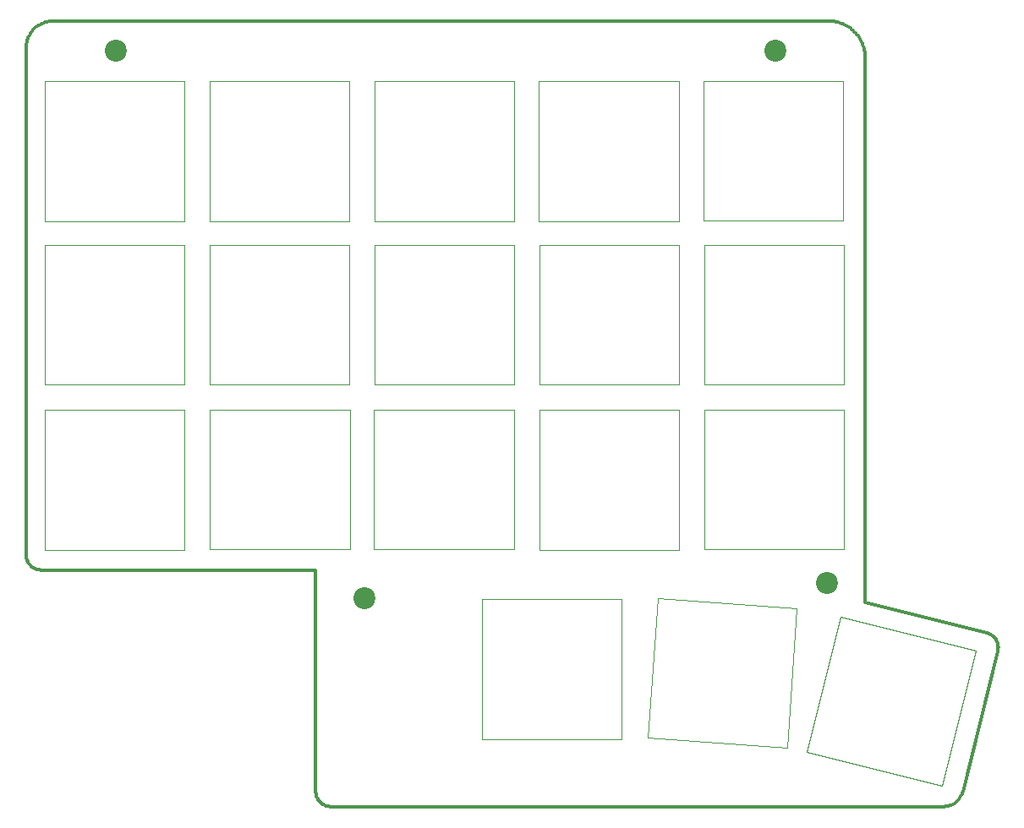
<source format=gts>
%TF.GenerationSoftware,KiCad,Pcbnew,(6.0.6)*%
%TF.CreationDate,2022-09-02T08:17:43+09:00*%
%TF.ProjectId,split-mini-top-plate,73706c69-742d-46d6-996e-692d746f702d,rev?*%
%TF.SameCoordinates,Original*%
%TF.FileFunction,Soldermask,Top*%
%TF.FilePolarity,Negative*%
%FSLAX46Y46*%
G04 Gerber Fmt 4.6, Leading zero omitted, Abs format (unit mm)*
G04 Created by KiCad (PCBNEW (6.0.6)) date 2022-09-02 08:17:43*
%MOMM*%
%LPD*%
G01*
G04 APERTURE LIST*
%TA.AperFunction,Profile*%
%ADD10C,0.349999*%
%TD*%
%TA.AperFunction,Profile*%
%ADD11C,0.120000*%
%TD*%
%ADD12C,2.200000*%
G04 APERTURE END LIST*
D10*
X96315577Y-17209187D02*
X96150337Y-17145423D01*
X97493515Y-17996216D02*
X97493515Y-17996216D01*
X14561218Y-19625755D02*
X14561218Y-70426453D01*
X44839713Y-95620014D02*
X44912961Y-95629112D01*
X44110580Y-95296756D02*
X44168808Y-95342117D01*
X110830040Y-78255420D02*
X110755615Y-78234853D01*
X14592199Y-19216273D02*
X14575100Y-19350838D01*
X94926117Y-16932858D02*
X94926117Y-16932858D01*
X43626056Y-94572707D02*
X43649054Y-94642214D01*
X98517185Y-20027407D02*
X98486565Y-19851925D01*
X45061218Y-95636452D02*
X45061218Y-95636452D01*
X111107928Y-78371361D02*
X111041565Y-78337553D01*
X15839713Y-71910015D02*
X15912961Y-71919113D01*
X111891750Y-79752469D02*
X111893054Y-79678002D01*
X16975085Y-16950732D02*
X16840521Y-16967837D01*
X16084293Y-17202035D02*
X15968358Y-17261419D01*
X44767215Y-95607364D02*
X44839713Y-95620014D01*
X43774010Y-94906590D02*
X43813236Y-94968655D01*
X95637763Y-17003241D02*
X95462280Y-16972628D01*
X15175199Y-17915400D02*
X15095378Y-18016978D01*
X111875057Y-79458125D02*
X111861984Y-79386388D01*
X14774010Y-71196590D02*
X14813236Y-71258655D01*
X14606457Y-70792079D02*
X14626056Y-70862706D01*
X15555456Y-71838618D02*
X15624964Y-71861616D01*
X44291081Y-95423661D02*
X44354881Y-95459743D01*
X111776153Y-79110262D02*
X111746653Y-79044507D01*
X111507393Y-78686304D02*
X111457780Y-78633724D01*
X108316808Y-94209137D02*
X108339218Y-94126755D01*
X44420292Y-95492630D02*
X44487191Y-95522272D01*
X15855760Y-17326166D02*
X15746668Y-17396109D01*
X43855554Y-95028863D02*
X43900914Y-95087091D01*
X96940510Y-17542809D02*
X96790276Y-17447865D01*
X107871687Y-94994278D02*
X107977185Y-94870000D01*
X14564717Y-19487389D02*
X14561218Y-19625755D01*
X17250000Y-16936836D02*
X17111634Y-16940342D01*
X15110580Y-71586757D02*
X15168808Y-71632118D01*
X106825126Y-95592214D02*
X106905783Y-95573145D01*
X14561218Y-19625755D02*
X14561218Y-19625755D01*
X96477511Y-17280931D02*
X96315577Y-17209187D01*
X98556976Y-75193375D02*
X98556976Y-75193375D01*
X44000557Y-95197114D02*
X44054455Y-95248405D01*
X15054455Y-71538406D02*
X15110580Y-71586757D01*
X107756725Y-95109209D02*
X107871687Y-94994278D01*
X98400031Y-19507603D02*
X98344363Y-19339358D01*
X44986837Y-95634609D02*
X45061218Y-95636452D01*
X111293622Y-78490475D02*
X111234026Y-78447936D01*
X15348737Y-17724451D02*
X15259708Y-17817835D01*
X97844510Y-18403468D02*
X97734710Y-18262527D01*
X43606457Y-94502080D02*
X43626056Y-94572707D01*
X43561218Y-94136452D02*
X43561218Y-94136452D01*
X14900914Y-71377091D02*
X14949266Y-71433216D01*
X97086248Y-17645239D02*
X96940510Y-17542809D01*
X111350826Y-78535695D02*
X111293622Y-78490475D01*
X43590307Y-94430456D02*
X43606457Y-94502080D01*
X44168808Y-95342117D02*
X44229016Y-95384435D01*
X94926117Y-16932858D02*
X17250000Y-16936836D01*
X15986837Y-71924610D02*
X16061218Y-71926453D01*
X97363049Y-17872066D02*
X97227194Y-17755032D01*
X111405568Y-78583483D02*
X111350826Y-78535695D01*
X95284979Y-16950611D02*
X95106159Y-16937313D01*
X97946946Y-18549202D02*
X97844510Y-18403468D01*
X98552514Y-20383524D02*
X98539209Y-20204706D01*
X97493515Y-17996216D02*
X97363049Y-17872066D01*
X14575100Y-19350838D02*
X14564717Y-19487389D01*
X98556976Y-20563565D02*
X98552514Y-20383524D01*
X14826358Y-18460034D02*
X14772513Y-18579140D01*
X111884639Y-79530716D02*
X111875057Y-79458125D01*
X43813236Y-94968655D02*
X43855554Y-95028863D01*
X98539209Y-20204706D02*
X98517185Y-20027407D01*
X15539677Y-17550904D02*
X15442116Y-17635418D01*
X111746653Y-79044507D02*
X111714074Y-78980292D01*
X43675399Y-94710479D02*
X43705041Y-94777379D01*
X107361763Y-95392678D02*
X107501091Y-95308934D01*
X44000557Y-95197114D02*
X44000557Y-95197114D01*
X14590307Y-70720455D02*
X14606457Y-70792079D01*
X108339218Y-94126755D02*
X111848190Y-80053162D01*
X108291110Y-94289903D02*
X108316808Y-94209137D01*
X14675399Y-71000479D02*
X14705041Y-71067379D01*
X108195119Y-94521852D02*
X108230181Y-94446326D01*
X14724371Y-18701245D02*
X14682099Y-18826179D01*
X111886680Y-79827333D02*
X111891750Y-79752469D01*
X14682099Y-18826179D02*
X14645867Y-18953775D01*
X15641251Y-17471078D02*
X15539677Y-17550904D01*
X98556976Y-75193375D02*
X98556976Y-20563565D01*
X98447473Y-19678557D02*
X98400031Y-19507603D01*
X15624964Y-71861616D02*
X15695591Y-71881215D01*
X14626056Y-70862706D02*
X14649054Y-70932214D01*
X111598549Y-78798025D02*
X111554339Y-78741109D01*
X106905783Y-95573145D02*
X107063437Y-95525308D01*
X111554339Y-78741109D02*
X111507393Y-78686304D01*
X44624964Y-95571615D02*
X44695591Y-95591214D01*
X15020415Y-18122399D02*
X14950478Y-18231494D01*
X97227194Y-17755032D02*
X97086248Y-17645239D01*
X15000557Y-71487115D02*
X15054455Y-71538406D01*
X110755615Y-78234853D02*
X98556976Y-75193375D01*
X14615844Y-19083863D02*
X14592199Y-19216273D01*
X110973084Y-78306884D02*
X110902552Y-78279468D01*
X111457780Y-78633724D02*
X111405568Y-78583483D01*
X107977185Y-94870000D02*
X108072547Y-94736899D01*
X107632969Y-95214269D02*
X107756725Y-95109209D01*
X43568558Y-94284710D02*
X43577657Y-94357958D01*
X98208842Y-19012189D02*
X98129235Y-18853861D01*
X111877776Y-79902479D02*
X111886680Y-79827333D01*
X108262206Y-94368988D02*
X108291110Y-94289903D01*
X16325499Y-17100036D02*
X16203397Y-17148184D01*
X15000557Y-71487115D02*
X15000557Y-71487115D01*
X43949266Y-95143215D02*
X44000557Y-95197114D01*
X98556976Y-20563565D02*
X98556976Y-20563565D01*
X96150337Y-17145423D02*
X95982090Y-17089762D01*
X111861984Y-79386388D02*
X111845488Y-79315619D01*
X15229016Y-71674436D02*
X15291081Y-71713662D01*
X98344363Y-19339358D02*
X98280592Y-19174121D01*
X108230181Y-94446326D02*
X108262206Y-94368988D01*
X14737928Y-71132790D02*
X14774010Y-71196590D01*
X108339218Y-94126755D02*
X108339218Y-94126755D01*
X15487191Y-71812273D02*
X15555456Y-71838618D01*
X106406906Y-95636452D02*
X106492262Y-95634638D01*
X111890660Y-79604046D02*
X111884639Y-79530716D01*
X44912961Y-95629112D02*
X44986837Y-95634609D01*
X98280592Y-19174121D02*
X98208842Y-19012189D01*
X16450431Y-17057758D02*
X16325499Y-17100036D01*
X106743362Y-95607964D02*
X106825126Y-95592214D01*
X16061218Y-71926453D02*
X16061218Y-71926453D01*
X44054455Y-95248405D02*
X44110580Y-95296756D01*
X14568558Y-70574710D02*
X14577657Y-70647958D01*
X44229016Y-95384435D02*
X44291081Y-95423661D01*
X108157103Y-94595499D02*
X108195119Y-94521852D01*
X16840521Y-16967837D02*
X16708111Y-16991490D01*
X98486565Y-19851925D02*
X98447473Y-19678557D01*
X14649054Y-70932214D02*
X14675399Y-71000479D01*
X43705041Y-94777379D02*
X43737928Y-94842790D01*
X111893054Y-79678002D02*
X111890660Y-79604046D01*
X14561218Y-70426453D02*
X14563062Y-70500834D01*
X108072547Y-94736899D02*
X108157103Y-94595499D01*
X15695591Y-71881215D02*
X15767215Y-71897365D01*
X44555456Y-95548617D02*
X44624964Y-95571615D01*
X107215654Y-95464977D02*
X107361763Y-95392678D01*
X96790276Y-17447865D02*
X96635844Y-17360532D01*
X15354881Y-71749744D02*
X15420292Y-71782631D01*
X43561218Y-94136452D02*
X43563062Y-94210834D01*
X43649054Y-94642214D02*
X43675399Y-94710479D01*
X15291081Y-71713662D02*
X15354881Y-71749744D01*
X45061218Y-95636452D02*
X106406906Y-95636452D01*
X111639954Y-78856937D02*
X111598549Y-78798025D01*
X97734710Y-18262527D02*
X97617671Y-18126677D01*
X95982090Y-17089762D02*
X95811133Y-17042326D01*
X111848190Y-80053162D02*
X111864969Y-79977794D01*
X17111634Y-16940342D02*
X16975085Y-16950732D01*
X43737928Y-94842790D02*
X43774010Y-94906590D01*
X111802504Y-79177441D02*
X111776153Y-79110262D01*
X95462280Y-16972628D02*
X95284979Y-16950611D01*
X111714074Y-78980292D02*
X111678485Y-78917731D01*
X110755615Y-78234853D02*
X110755615Y-78234853D01*
X111825639Y-79245932D02*
X111802504Y-79177441D01*
X15968358Y-17261419D02*
X15855760Y-17326166D01*
X43577657Y-94357958D02*
X43590307Y-94430456D01*
X95811133Y-17042326D02*
X95637763Y-17003241D01*
X106660574Y-95620328D02*
X106743362Y-95607964D01*
X14855554Y-71318864D02*
X14900914Y-71377091D01*
X14772513Y-18579140D02*
X14724371Y-18701245D01*
X15912961Y-71919113D02*
X15986837Y-71924610D01*
X16203397Y-17148184D02*
X16084293Y-17202035D01*
X111172105Y-78408193D02*
X111107928Y-78371361D01*
X15095378Y-18016978D02*
X15020415Y-18122399D01*
X111848190Y-80053162D02*
X111848190Y-80053162D01*
X111864969Y-79977794D02*
X111877776Y-79902479D01*
X106492262Y-95634638D02*
X106576846Y-95629242D01*
X16061218Y-71926453D02*
X43561218Y-71926453D01*
X14949266Y-71433216D02*
X15000557Y-71487115D01*
X15259708Y-17817835D02*
X15175199Y-17915400D01*
X14813236Y-71258655D02*
X14855554Y-71318864D01*
X107501091Y-95308934D02*
X107632969Y-95214269D01*
X95106159Y-16937313D02*
X94926117Y-16932858D01*
X15767215Y-71897365D02*
X15839713Y-71910015D01*
X107063437Y-95525308D02*
X107215654Y-95464977D01*
X43561218Y-71926453D02*
X43561218Y-94136452D01*
X106576846Y-95629242D02*
X106660574Y-95620328D01*
X16578025Y-17021519D02*
X16450431Y-17057758D01*
X44487191Y-95522272D02*
X44555456Y-95548617D01*
X43900914Y-95087091D02*
X43949266Y-95143215D01*
X14950478Y-18231494D02*
X14885736Y-18344096D01*
X14577657Y-70647958D02*
X14590307Y-70720455D01*
X106406906Y-95636452D02*
X106406906Y-95636452D01*
X15168808Y-71632118D02*
X15229016Y-71674436D01*
X14561218Y-70426453D02*
X14561218Y-70426453D01*
X44354881Y-95459743D02*
X44420292Y-95492630D01*
X14645867Y-18953775D02*
X14615844Y-19083863D01*
X14563062Y-70500834D02*
X14568558Y-70574710D01*
X43561218Y-71926453D02*
X43561218Y-71926453D01*
X111234026Y-78447936D02*
X111172105Y-78408193D01*
X111041565Y-78337553D02*
X110973084Y-78306884D01*
X98041895Y-18699432D02*
X97946946Y-18549202D01*
X44695591Y-95591214D02*
X44767215Y-95607364D01*
X111678485Y-78917731D02*
X111639954Y-78856937D01*
X96635844Y-17360532D02*
X96477511Y-17280931D01*
X111845488Y-79315619D02*
X111825639Y-79245932D01*
X43563062Y-94210834D02*
X43568558Y-94284710D01*
X15420292Y-71782631D02*
X15487191Y-71812273D01*
X16708111Y-16991490D02*
X16578025Y-17021519D01*
X14885736Y-18344096D02*
X14826358Y-18460034D01*
X97617671Y-18126677D02*
X97493515Y-17996216D01*
X15746668Y-17396109D02*
X15641251Y-17471078D01*
X110902552Y-78279468D02*
X110830040Y-78255420D01*
X98129235Y-18853861D02*
X98041895Y-18699432D01*
X15442116Y-17635418D02*
X15348737Y-17724451D01*
X14705041Y-71067379D02*
X14737928Y-71132790D01*
D11*
%TO.C,SW6*%
X16430000Y-39360000D02*
X16430000Y-53360000D01*
X16430000Y-53360000D02*
X30430000Y-53360000D01*
X30430000Y-39360000D02*
X16430000Y-39360000D01*
X30430000Y-53360000D02*
X30430000Y-39360000D01*
%TO.C,SW11*%
X30420000Y-69920000D02*
X30420000Y-55920000D01*
X16420000Y-55920000D02*
X16420000Y-69920000D01*
X16420000Y-69920000D02*
X30420000Y-69920000D01*
X30420000Y-55920000D02*
X16420000Y-55920000D01*
%TO.C,SW9*%
X65960000Y-53370000D02*
X79960000Y-53370000D01*
X79960000Y-39370000D02*
X65960000Y-39370000D01*
X65960000Y-39370000D02*
X65960000Y-53370000D01*
X79960000Y-53370000D02*
X79960000Y-39370000D01*
%TO.C,SW3*%
X63410000Y-22970000D02*
X49410000Y-22970000D01*
X49410000Y-22970000D02*
X49410000Y-36970000D01*
X49410000Y-36970000D02*
X63410000Y-36970000D01*
X63410000Y-36970000D02*
X63410000Y-22970000D01*
%TO.C,SW5*%
X96390000Y-22950000D02*
X82390000Y-22950000D01*
X82390000Y-22950000D02*
X82390000Y-36950000D01*
X96390000Y-36950000D02*
X96390000Y-22950000D01*
X82390000Y-36950000D02*
X96390000Y-36950000D01*
%TO.C,SW15*%
X96470000Y-55880000D02*
X82470000Y-55880000D01*
X96470000Y-69880000D02*
X96470000Y-55880000D01*
X82470000Y-55880000D02*
X82470000Y-69880000D01*
X82470000Y-69880000D02*
X96470000Y-69880000D01*
%TO.C,SW7*%
X46930000Y-53370000D02*
X46930000Y-39370000D01*
X32930000Y-39370000D02*
X32930000Y-53370000D01*
X32930000Y-53370000D02*
X46930000Y-53370000D01*
X46930000Y-39370000D02*
X32930000Y-39370000D01*
%TO.C,SW16*%
X74170000Y-74880000D02*
X60170000Y-74880000D01*
X60170000Y-74880000D02*
X60170000Y-88880000D01*
X74170000Y-88880000D02*
X74170000Y-74880000D01*
X60170000Y-88880000D02*
X74170000Y-88880000D01*
%TO.C,SW18*%
X106288617Y-93585523D02*
X109675523Y-80001383D01*
X109675523Y-80001383D02*
X96091383Y-76614477D01*
X92704477Y-90198617D02*
X106288617Y-93585523D01*
X96091383Y-76614477D02*
X92704477Y-90198617D01*
%TO.C,SW8*%
X63430000Y-39360000D02*
X49430000Y-39360000D01*
X63430000Y-53360000D02*
X63430000Y-39360000D01*
X49430000Y-53360000D02*
X63430000Y-53360000D01*
X49430000Y-39360000D02*
X49430000Y-53360000D01*
%TO.C,SW17*%
X90764653Y-89711244D02*
X91741244Y-75745347D01*
X77775347Y-74768756D02*
X76798756Y-88734653D01*
X91741244Y-75745347D02*
X77775347Y-74768756D01*
X76798756Y-88734653D02*
X90764653Y-89711244D01*
%TO.C,SW10*%
X82460000Y-39380000D02*
X82460000Y-53380000D01*
X96460000Y-53380000D02*
X96460000Y-39380000D01*
X96460000Y-39380000D02*
X82460000Y-39380000D01*
X82460000Y-53380000D02*
X96460000Y-53380000D01*
%TO.C,SW2*%
X46900000Y-36960000D02*
X46900000Y-22960000D01*
X32900000Y-22960000D02*
X32900000Y-36960000D01*
X46900000Y-22960000D02*
X32900000Y-22960000D01*
X32900000Y-36960000D02*
X46900000Y-36960000D01*
%TO.C,SW13*%
X49400000Y-55860000D02*
X49400000Y-69860000D01*
X63400000Y-55860000D02*
X49400000Y-55860000D01*
X63400000Y-69860000D02*
X63400000Y-55860000D01*
X49400000Y-69860000D02*
X63400000Y-69860000D01*
%TO.C,SW12*%
X46970000Y-69890000D02*
X46970000Y-55890000D01*
X32970000Y-69890000D02*
X46970000Y-69890000D01*
X46970000Y-55890000D02*
X32970000Y-55890000D01*
X32970000Y-55890000D02*
X32970000Y-69890000D01*
%TO.C,SW14*%
X65950000Y-69910000D02*
X79950000Y-69910000D01*
X79950000Y-69910000D02*
X79950000Y-55910000D01*
X65950000Y-55910000D02*
X65950000Y-69910000D01*
X79950000Y-55910000D02*
X65950000Y-55910000D01*
%TO.C,SW1*%
X16420000Y-22980000D02*
X16420000Y-36980000D01*
X16420000Y-36980000D02*
X30420000Y-36980000D01*
X30420000Y-36980000D02*
X30420000Y-22980000D01*
X30420000Y-22980000D02*
X16420000Y-22980000D01*
%TO.C,SW4*%
X79890000Y-22980000D02*
X65890000Y-22980000D01*
X65890000Y-22980000D02*
X65890000Y-36980000D01*
X65890000Y-36980000D02*
X79890000Y-36980000D01*
X79890000Y-36980000D02*
X79890000Y-22980000D01*
%TD*%
D12*
%TO.C,Ref3*%
X48460000Y-74800000D03*
%TD*%
%TO.C,Ref1*%
X23570000Y-19920000D03*
%TD*%
%TO.C,Ref4*%
X94740000Y-73210000D03*
%TD*%
%TO.C,Ref2*%
X89550000Y-19930000D03*
%TD*%
M02*

</source>
